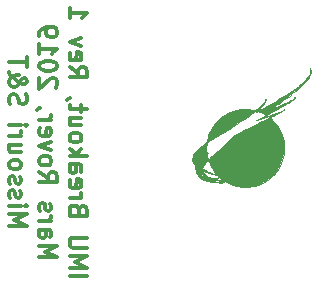
<source format=gbr>
G04 #@! TF.GenerationSoftware,KiCad,Pcbnew,(5.0.0)*
G04 #@! TF.CreationDate,2018-12-16T16:19:50-06:00*
G04 #@! TF.ProjectId,IMUBreakout_Hardware,494D55427265616B6F75745F48617264,rev?*
G04 #@! TF.SameCoordinates,Original*
G04 #@! TF.FileFunction,Legend,Bot*
G04 #@! TF.FilePolarity,Positive*
%FSLAX46Y46*%
G04 Gerber Fmt 4.6, Leading zero omitted, Abs format (unit mm)*
G04 Created by KiCad (PCBNEW (5.0.0)) date 12/16/18 16:19:50*
%MOMM*%
%LPD*%
G01*
G04 APERTURE LIST*
%ADD10C,0.300000*%
%ADD11C,0.010000*%
G04 APERTURE END LIST*
D10*
X144238428Y-110508428D02*
X145738428Y-110508428D01*
X144238428Y-109794142D02*
X145738428Y-109794142D01*
X144667000Y-109294142D01*
X145738428Y-108794142D01*
X144238428Y-108794142D01*
X145738428Y-108079857D02*
X144524142Y-108079857D01*
X144381285Y-108008428D01*
X144309857Y-107937000D01*
X144238428Y-107794142D01*
X144238428Y-107508428D01*
X144309857Y-107365571D01*
X144381285Y-107294142D01*
X144524142Y-107222714D01*
X145738428Y-107222714D01*
X145024142Y-104865571D02*
X144952714Y-104651285D01*
X144881285Y-104579857D01*
X144738428Y-104508428D01*
X144524142Y-104508428D01*
X144381285Y-104579857D01*
X144309857Y-104651285D01*
X144238428Y-104794142D01*
X144238428Y-105365571D01*
X145738428Y-105365571D01*
X145738428Y-104865571D01*
X145667000Y-104722714D01*
X145595571Y-104651285D01*
X145452714Y-104579857D01*
X145309857Y-104579857D01*
X145167000Y-104651285D01*
X145095571Y-104722714D01*
X145024142Y-104865571D01*
X145024142Y-105365571D01*
X144238428Y-103865571D02*
X145238428Y-103865571D01*
X144952714Y-103865571D02*
X145095571Y-103794142D01*
X145167000Y-103722714D01*
X145238428Y-103579857D01*
X145238428Y-103437000D01*
X144309857Y-102365571D02*
X144238428Y-102508428D01*
X144238428Y-102794142D01*
X144309857Y-102937000D01*
X144452714Y-103008428D01*
X145024142Y-103008428D01*
X145167000Y-102937000D01*
X145238428Y-102794142D01*
X145238428Y-102508428D01*
X145167000Y-102365571D01*
X145024142Y-102294142D01*
X144881285Y-102294142D01*
X144738428Y-103008428D01*
X144238428Y-101008428D02*
X145024142Y-101008428D01*
X145167000Y-101079857D01*
X145238428Y-101222714D01*
X145238428Y-101508428D01*
X145167000Y-101651285D01*
X144309857Y-101008428D02*
X144238428Y-101151285D01*
X144238428Y-101508428D01*
X144309857Y-101651285D01*
X144452714Y-101722714D01*
X144595571Y-101722714D01*
X144738428Y-101651285D01*
X144809857Y-101508428D01*
X144809857Y-101151285D01*
X144881285Y-101008428D01*
X144238428Y-100294142D02*
X145738428Y-100294142D01*
X144809857Y-100151285D02*
X144238428Y-99722714D01*
X145238428Y-99722714D02*
X144667000Y-100294142D01*
X144238428Y-98865571D02*
X144309857Y-99008428D01*
X144381285Y-99079857D01*
X144524142Y-99151285D01*
X144952714Y-99151285D01*
X145095571Y-99079857D01*
X145167000Y-99008428D01*
X145238428Y-98865571D01*
X145238428Y-98651285D01*
X145167000Y-98508428D01*
X145095571Y-98437000D01*
X144952714Y-98365571D01*
X144524142Y-98365571D01*
X144381285Y-98437000D01*
X144309857Y-98508428D01*
X144238428Y-98651285D01*
X144238428Y-98865571D01*
X145238428Y-97079857D02*
X144238428Y-97079857D01*
X145238428Y-97722714D02*
X144452714Y-97722714D01*
X144309857Y-97651285D01*
X144238428Y-97508428D01*
X144238428Y-97294142D01*
X144309857Y-97151285D01*
X144381285Y-97079857D01*
X145238428Y-96579857D02*
X145238428Y-96008428D01*
X145738428Y-96365571D02*
X144452714Y-96365571D01*
X144309857Y-96294142D01*
X144238428Y-96151285D01*
X144238428Y-96008428D01*
X144309857Y-95437000D02*
X144238428Y-95437000D01*
X144095571Y-95508428D01*
X144024142Y-95579857D01*
X144238428Y-92794142D02*
X144952714Y-93294142D01*
X144238428Y-93651285D02*
X145738428Y-93651285D01*
X145738428Y-93079857D01*
X145667000Y-92937000D01*
X145595571Y-92865571D01*
X145452714Y-92794142D01*
X145238428Y-92794142D01*
X145095571Y-92865571D01*
X145024142Y-92937000D01*
X144952714Y-93079857D01*
X144952714Y-93651285D01*
X144309857Y-91579857D02*
X144238428Y-91722714D01*
X144238428Y-92008428D01*
X144309857Y-92151285D01*
X144452714Y-92222714D01*
X145024142Y-92222714D01*
X145167000Y-92151285D01*
X145238428Y-92008428D01*
X145238428Y-91722714D01*
X145167000Y-91579857D01*
X145024142Y-91508428D01*
X144881285Y-91508428D01*
X144738428Y-92222714D01*
X145238428Y-91008428D02*
X144238428Y-90651285D01*
X145238428Y-90294142D01*
X144238428Y-87794142D02*
X144238428Y-88651285D01*
X144238428Y-88222714D02*
X145738428Y-88222714D01*
X145524142Y-88365571D01*
X145381285Y-88508428D01*
X145309857Y-88651285D01*
X141688428Y-108901285D02*
X143188428Y-108901285D01*
X142117000Y-108401285D01*
X143188428Y-107901285D01*
X141688428Y-107901285D01*
X141688428Y-106544142D02*
X142474142Y-106544142D01*
X142617000Y-106615571D01*
X142688428Y-106758428D01*
X142688428Y-107044142D01*
X142617000Y-107187000D01*
X141759857Y-106544142D02*
X141688428Y-106687000D01*
X141688428Y-107044142D01*
X141759857Y-107187000D01*
X141902714Y-107258428D01*
X142045571Y-107258428D01*
X142188428Y-107187000D01*
X142259857Y-107044142D01*
X142259857Y-106687000D01*
X142331285Y-106544142D01*
X141688428Y-105829857D02*
X142688428Y-105829857D01*
X142402714Y-105829857D02*
X142545571Y-105758428D01*
X142617000Y-105687000D01*
X142688428Y-105544142D01*
X142688428Y-105401285D01*
X141759857Y-104972714D02*
X141688428Y-104829857D01*
X141688428Y-104544142D01*
X141759857Y-104401285D01*
X141902714Y-104329857D01*
X141974142Y-104329857D01*
X142117000Y-104401285D01*
X142188428Y-104544142D01*
X142188428Y-104758428D01*
X142259857Y-104901285D01*
X142402714Y-104972714D01*
X142474142Y-104972714D01*
X142617000Y-104901285D01*
X142688428Y-104758428D01*
X142688428Y-104544142D01*
X142617000Y-104401285D01*
X141688428Y-101687000D02*
X142402714Y-102187000D01*
X141688428Y-102544142D02*
X143188428Y-102544142D01*
X143188428Y-101972714D01*
X143117000Y-101829857D01*
X143045571Y-101758428D01*
X142902714Y-101687000D01*
X142688428Y-101687000D01*
X142545571Y-101758428D01*
X142474142Y-101829857D01*
X142402714Y-101972714D01*
X142402714Y-102544142D01*
X141688428Y-100829857D02*
X141759857Y-100972714D01*
X141831285Y-101044142D01*
X141974142Y-101115571D01*
X142402714Y-101115571D01*
X142545571Y-101044142D01*
X142617000Y-100972714D01*
X142688428Y-100829857D01*
X142688428Y-100615571D01*
X142617000Y-100472714D01*
X142545571Y-100401285D01*
X142402714Y-100329857D01*
X141974142Y-100329857D01*
X141831285Y-100401285D01*
X141759857Y-100472714D01*
X141688428Y-100615571D01*
X141688428Y-100829857D01*
X142688428Y-99829857D02*
X141688428Y-99472714D01*
X142688428Y-99115571D01*
X141759857Y-97972714D02*
X141688428Y-98115571D01*
X141688428Y-98401285D01*
X141759857Y-98544142D01*
X141902714Y-98615571D01*
X142474142Y-98615571D01*
X142617000Y-98544142D01*
X142688428Y-98401285D01*
X142688428Y-98115571D01*
X142617000Y-97972714D01*
X142474142Y-97901285D01*
X142331285Y-97901285D01*
X142188428Y-98615571D01*
X141688428Y-97258428D02*
X142688428Y-97258428D01*
X142402714Y-97258428D02*
X142545571Y-97187000D01*
X142617000Y-97115571D01*
X142688428Y-96972714D01*
X142688428Y-96829857D01*
X141759857Y-96258428D02*
X141688428Y-96258428D01*
X141545571Y-96329857D01*
X141474142Y-96401285D01*
X143045571Y-94544142D02*
X143117000Y-94472714D01*
X143188428Y-94329857D01*
X143188428Y-93972714D01*
X143117000Y-93829857D01*
X143045571Y-93758428D01*
X142902714Y-93687000D01*
X142759857Y-93687000D01*
X142545571Y-93758428D01*
X141688428Y-94615571D01*
X141688428Y-93687000D01*
X143188428Y-92758428D02*
X143188428Y-92615571D01*
X143117000Y-92472714D01*
X143045571Y-92401285D01*
X142902714Y-92329857D01*
X142617000Y-92258428D01*
X142259857Y-92258428D01*
X141974142Y-92329857D01*
X141831285Y-92401285D01*
X141759857Y-92472714D01*
X141688428Y-92615571D01*
X141688428Y-92758428D01*
X141759857Y-92901285D01*
X141831285Y-92972714D01*
X141974142Y-93044142D01*
X142259857Y-93115571D01*
X142617000Y-93115571D01*
X142902714Y-93044142D01*
X143045571Y-92972714D01*
X143117000Y-92901285D01*
X143188428Y-92758428D01*
X141688428Y-90829857D02*
X141688428Y-91687000D01*
X141688428Y-91258428D02*
X143188428Y-91258428D01*
X142974142Y-91401285D01*
X142831285Y-91544142D01*
X142759857Y-91687000D01*
X141688428Y-90115571D02*
X141688428Y-89829857D01*
X141759857Y-89687000D01*
X141831285Y-89615571D01*
X142045571Y-89472714D01*
X142331285Y-89401285D01*
X142902714Y-89401285D01*
X143045571Y-89472714D01*
X143117000Y-89544142D01*
X143188428Y-89687000D01*
X143188428Y-89972714D01*
X143117000Y-90115571D01*
X143045571Y-90187000D01*
X142902714Y-90258428D01*
X142545571Y-90258428D01*
X142402714Y-90187000D01*
X142331285Y-90115571D01*
X142259857Y-89972714D01*
X142259857Y-89687000D01*
X142331285Y-89544142D01*
X142402714Y-89472714D01*
X142545571Y-89401285D01*
X139138428Y-106222714D02*
X140638428Y-106222714D01*
X139567000Y-105722714D01*
X140638428Y-105222714D01*
X139138428Y-105222714D01*
X139138428Y-104508428D02*
X140138428Y-104508428D01*
X140638428Y-104508428D02*
X140567000Y-104579857D01*
X140495571Y-104508428D01*
X140567000Y-104437000D01*
X140638428Y-104508428D01*
X140495571Y-104508428D01*
X139209857Y-103865571D02*
X139138428Y-103722714D01*
X139138428Y-103437000D01*
X139209857Y-103294142D01*
X139352714Y-103222714D01*
X139424142Y-103222714D01*
X139567000Y-103294142D01*
X139638428Y-103437000D01*
X139638428Y-103651285D01*
X139709857Y-103794142D01*
X139852714Y-103865571D01*
X139924142Y-103865571D01*
X140067000Y-103794142D01*
X140138428Y-103651285D01*
X140138428Y-103437000D01*
X140067000Y-103294142D01*
X139209857Y-102651285D02*
X139138428Y-102508428D01*
X139138428Y-102222714D01*
X139209857Y-102079857D01*
X139352714Y-102008428D01*
X139424142Y-102008428D01*
X139567000Y-102079857D01*
X139638428Y-102222714D01*
X139638428Y-102437000D01*
X139709857Y-102579857D01*
X139852714Y-102651285D01*
X139924142Y-102651285D01*
X140067000Y-102579857D01*
X140138428Y-102437000D01*
X140138428Y-102222714D01*
X140067000Y-102079857D01*
X139138428Y-101151285D02*
X139209857Y-101294142D01*
X139281285Y-101365571D01*
X139424142Y-101437000D01*
X139852714Y-101437000D01*
X139995571Y-101365571D01*
X140067000Y-101294142D01*
X140138428Y-101151285D01*
X140138428Y-100937000D01*
X140067000Y-100794142D01*
X139995571Y-100722714D01*
X139852714Y-100651285D01*
X139424142Y-100651285D01*
X139281285Y-100722714D01*
X139209857Y-100794142D01*
X139138428Y-100937000D01*
X139138428Y-101151285D01*
X140138428Y-99365571D02*
X139138428Y-99365571D01*
X140138428Y-100008428D02*
X139352714Y-100008428D01*
X139209857Y-99937000D01*
X139138428Y-99794142D01*
X139138428Y-99579857D01*
X139209857Y-99437000D01*
X139281285Y-99365571D01*
X139138428Y-98651285D02*
X140138428Y-98651285D01*
X139852714Y-98651285D02*
X139995571Y-98579857D01*
X140067000Y-98508428D01*
X140138428Y-98365571D01*
X140138428Y-98222714D01*
X139138428Y-97722714D02*
X140138428Y-97722714D01*
X140638428Y-97722714D02*
X140567000Y-97794142D01*
X140495571Y-97722714D01*
X140567000Y-97651285D01*
X140638428Y-97722714D01*
X140495571Y-97722714D01*
X139209857Y-95937000D02*
X139138428Y-95722714D01*
X139138428Y-95365571D01*
X139209857Y-95222714D01*
X139281285Y-95151285D01*
X139424142Y-95079857D01*
X139567000Y-95079857D01*
X139709857Y-95151285D01*
X139781285Y-95222714D01*
X139852714Y-95365571D01*
X139924142Y-95651285D01*
X139995571Y-95794142D01*
X140067000Y-95865571D01*
X140209857Y-95937000D01*
X140352714Y-95937000D01*
X140495571Y-95865571D01*
X140567000Y-95794142D01*
X140638428Y-95651285D01*
X140638428Y-95294142D01*
X140567000Y-95079857D01*
X139138428Y-93222714D02*
X139138428Y-93294142D01*
X139209857Y-93437000D01*
X139424142Y-93651285D01*
X139852714Y-94008428D01*
X140067000Y-94151285D01*
X140281285Y-94222714D01*
X140424142Y-94222714D01*
X140567000Y-94151285D01*
X140638428Y-94008428D01*
X140638428Y-93937000D01*
X140567000Y-93794142D01*
X140424142Y-93722714D01*
X140352714Y-93722714D01*
X140209857Y-93794142D01*
X140138428Y-93865571D01*
X139852714Y-94294142D01*
X139781285Y-94365571D01*
X139638428Y-94437000D01*
X139424142Y-94437000D01*
X139281285Y-94365571D01*
X139209857Y-94294142D01*
X139138428Y-94151285D01*
X139138428Y-93937000D01*
X139209857Y-93794142D01*
X139281285Y-93722714D01*
X139567000Y-93508428D01*
X139781285Y-93437000D01*
X139924142Y-93437000D01*
X140638428Y-92794142D02*
X140638428Y-91937000D01*
X139138428Y-92365571D02*
X140638428Y-92365571D01*
D11*
G04 #@! TO.C,G\002A\002A\002A*
G36*
X164652231Y-93062389D02*
X164642753Y-92996675D01*
X164627198Y-92943170D01*
X164623665Y-92935009D01*
X164608487Y-92902257D01*
X164613582Y-92932375D01*
X164625338Y-93037199D01*
X164624555Y-93135383D01*
X164611282Y-93222468D01*
X164610389Y-93226063D01*
X164577017Y-93327543D01*
X164527010Y-93433293D01*
X164460074Y-93543671D01*
X164375916Y-93659041D01*
X164274242Y-93779761D01*
X164154759Y-93906193D01*
X164017173Y-94038698D01*
X163861190Y-94177636D01*
X163779516Y-94246869D01*
X163702051Y-94311010D01*
X163626510Y-94372288D01*
X163551506Y-94431661D01*
X163475651Y-94490092D01*
X163397557Y-94548540D01*
X163315836Y-94607965D01*
X163229099Y-94669328D01*
X163135958Y-94733588D01*
X163035026Y-94801707D01*
X162924914Y-94874644D01*
X162804234Y-94953360D01*
X162671598Y-95038815D01*
X162525618Y-95131968D01*
X162364906Y-95233782D01*
X162229197Y-95319343D01*
X161914564Y-95514455D01*
X161602650Y-95702118D01*
X161298492Y-95879315D01*
X161220225Y-95923911D01*
X161149511Y-95964213D01*
X161068181Y-96010905D01*
X160982893Y-96060142D01*
X160900305Y-96108081D01*
X160828326Y-96150143D01*
X160756509Y-96192038D01*
X160676976Y-96237995D01*
X160595914Y-96284466D01*
X160519513Y-96327905D01*
X160453959Y-96364765D01*
X160451844Y-96365944D01*
X160394907Y-96397733D01*
X160341074Y-96427890D01*
X160293912Y-96454409D01*
X160256988Y-96475283D01*
X160233871Y-96488507D01*
X160233156Y-96488923D01*
X160189802Y-96514178D01*
X160293393Y-96553153D01*
X160344625Y-96573596D01*
X160403466Y-96599011D01*
X160467412Y-96628123D01*
X160533963Y-96659659D01*
X160600618Y-96692342D01*
X160664874Y-96724897D01*
X160724232Y-96756051D01*
X160776189Y-96784527D01*
X160818244Y-96809050D01*
X160847896Y-96828346D01*
X160862643Y-96841140D01*
X160863822Y-96843919D01*
X160855428Y-96850665D01*
X160832153Y-96865146D01*
X160796854Y-96885691D01*
X160752391Y-96910630D01*
X160710719Y-96933391D01*
X160642926Y-96970144D01*
X160570693Y-97009554D01*
X160496180Y-97050421D01*
X160421542Y-97091545D01*
X160348938Y-97131726D01*
X160280525Y-97169764D01*
X160218461Y-97204458D01*
X160164902Y-97234608D01*
X160122007Y-97259014D01*
X160091933Y-97276476D01*
X160076837Y-97285793D01*
X160075719Y-97286650D01*
X160080126Y-97287347D01*
X160099920Y-97282010D01*
X160131686Y-97271655D01*
X160161055Y-97261299D01*
X160230161Y-97236148D01*
X160306395Y-97208191D01*
X160387628Y-97178227D01*
X160471733Y-97147054D01*
X160556580Y-97115472D01*
X160640042Y-97084280D01*
X160719990Y-97054277D01*
X160794295Y-97026261D01*
X160860830Y-97001034D01*
X160917465Y-96979392D01*
X160962073Y-96962136D01*
X160992525Y-96950064D01*
X161006693Y-96943976D01*
X161007387Y-96943545D01*
X161003461Y-96935077D01*
X160985887Y-96919195D01*
X160958158Y-96898939D01*
X160949660Y-96893295D01*
X160918710Y-96872354D01*
X160895671Y-96855286D01*
X160884610Y-96845145D01*
X160884188Y-96844101D01*
X160892734Y-96837745D01*
X160916517Y-96823454D01*
X160953007Y-96802659D01*
X160999678Y-96776788D01*
X161054004Y-96747270D01*
X161081852Y-96732336D01*
X161147337Y-96697165D01*
X161225147Y-96655055D01*
X161310069Y-96608849D01*
X161396890Y-96561385D01*
X161480398Y-96515506D01*
X161530834Y-96487657D01*
X161603993Y-96447232D01*
X161690138Y-96399745D01*
X161784624Y-96347750D01*
X161882809Y-96293798D01*
X161980051Y-96240442D01*
X162071705Y-96190234D01*
X162103703Y-96172731D01*
X162251300Y-96091380D01*
X162393978Y-96011476D01*
X162530284Y-95933882D01*
X162658767Y-95859464D01*
X162777974Y-95789089D01*
X162886453Y-95723621D01*
X162982752Y-95663926D01*
X163065419Y-95610869D01*
X163133002Y-95565317D01*
X163180439Y-95530911D01*
X163238552Y-95482716D01*
X163280334Y-95439732D01*
X163305389Y-95402673D01*
X163313317Y-95372250D01*
X163303722Y-95349175D01*
X163287895Y-95338453D01*
X163261077Y-95328514D01*
X163245310Y-95326804D01*
X163243205Y-95332460D01*
X163257370Y-95344621D01*
X163261443Y-95347187D01*
X163284974Y-95366560D01*
X163291550Y-95384560D01*
X163291508Y-95384798D01*
X163279465Y-95403666D01*
X163249392Y-95429797D01*
X163201853Y-95462874D01*
X163137412Y-95502580D01*
X163056631Y-95548596D01*
X162960075Y-95600607D01*
X162848306Y-95658293D01*
X162721887Y-95721338D01*
X162581384Y-95789424D01*
X162530383Y-95813722D01*
X162479392Y-95837652D01*
X162416231Y-95866859D01*
X162342552Y-95900609D01*
X162260007Y-95938167D01*
X162170248Y-95978798D01*
X162074927Y-96021767D01*
X161975698Y-96066340D01*
X161874211Y-96111780D01*
X161772120Y-96157354D01*
X161671077Y-96202326D01*
X161572734Y-96245962D01*
X161478743Y-96287526D01*
X161390756Y-96326285D01*
X161310427Y-96361501D01*
X161239406Y-96392442D01*
X161179347Y-96418372D01*
X161131901Y-96438556D01*
X161098721Y-96452259D01*
X161081459Y-96458746D01*
X161079334Y-96459126D01*
X161086518Y-96452980D01*
X161108165Y-96437240D01*
X161142042Y-96413464D01*
X161185913Y-96383209D01*
X161237544Y-96348032D01*
X161277994Y-96320715D01*
X161345243Y-96275178D01*
X161424152Y-96221267D01*
X161512755Y-96160357D01*
X161609085Y-96093825D01*
X161711176Y-96023047D01*
X161817063Y-95949398D01*
X161924778Y-95874255D01*
X162032358Y-95798994D01*
X162137834Y-95724991D01*
X162239242Y-95653622D01*
X162334615Y-95586264D01*
X162421987Y-95524291D01*
X162499392Y-95469081D01*
X162564865Y-95422009D01*
X162616438Y-95384452D01*
X162630778Y-95373857D01*
X162874470Y-95190590D01*
X163100545Y-95015817D01*
X163309397Y-94849157D01*
X163501422Y-94690234D01*
X163677015Y-94538666D01*
X163836571Y-94394076D01*
X163980485Y-94256085D01*
X164109153Y-94124314D01*
X164222969Y-93998383D01*
X164322329Y-93877913D01*
X164407627Y-93762527D01*
X164479259Y-93651844D01*
X164537621Y-93545486D01*
X164537968Y-93544786D01*
X164575805Y-93465505D01*
X164604209Y-93398029D01*
X164624825Y-93337413D01*
X164639297Y-93278717D01*
X164649269Y-93216997D01*
X164650571Y-93206394D01*
X164655036Y-93134300D01*
X164652231Y-93062389D01*
X164652231Y-93062389D01*
G37*
X164652231Y-93062389D02*
X164642753Y-92996675D01*
X164627198Y-92943170D01*
X164623665Y-92935009D01*
X164608487Y-92902257D01*
X164613582Y-92932375D01*
X164625338Y-93037199D01*
X164624555Y-93135383D01*
X164611282Y-93222468D01*
X164610389Y-93226063D01*
X164577017Y-93327543D01*
X164527010Y-93433293D01*
X164460074Y-93543671D01*
X164375916Y-93659041D01*
X164274242Y-93779761D01*
X164154759Y-93906193D01*
X164017173Y-94038698D01*
X163861190Y-94177636D01*
X163779516Y-94246869D01*
X163702051Y-94311010D01*
X163626510Y-94372288D01*
X163551506Y-94431661D01*
X163475651Y-94490092D01*
X163397557Y-94548540D01*
X163315836Y-94607965D01*
X163229099Y-94669328D01*
X163135958Y-94733588D01*
X163035026Y-94801707D01*
X162924914Y-94874644D01*
X162804234Y-94953360D01*
X162671598Y-95038815D01*
X162525618Y-95131968D01*
X162364906Y-95233782D01*
X162229197Y-95319343D01*
X161914564Y-95514455D01*
X161602650Y-95702118D01*
X161298492Y-95879315D01*
X161220225Y-95923911D01*
X161149511Y-95964213D01*
X161068181Y-96010905D01*
X160982893Y-96060142D01*
X160900305Y-96108081D01*
X160828326Y-96150143D01*
X160756509Y-96192038D01*
X160676976Y-96237995D01*
X160595914Y-96284466D01*
X160519513Y-96327905D01*
X160453959Y-96364765D01*
X160451844Y-96365944D01*
X160394907Y-96397733D01*
X160341074Y-96427890D01*
X160293912Y-96454409D01*
X160256988Y-96475283D01*
X160233871Y-96488507D01*
X160233156Y-96488923D01*
X160189802Y-96514178D01*
X160293393Y-96553153D01*
X160344625Y-96573596D01*
X160403466Y-96599011D01*
X160467412Y-96628123D01*
X160533963Y-96659659D01*
X160600618Y-96692342D01*
X160664874Y-96724897D01*
X160724232Y-96756051D01*
X160776189Y-96784527D01*
X160818244Y-96809050D01*
X160847896Y-96828346D01*
X160862643Y-96841140D01*
X160863822Y-96843919D01*
X160855428Y-96850665D01*
X160832153Y-96865146D01*
X160796854Y-96885691D01*
X160752391Y-96910630D01*
X160710719Y-96933391D01*
X160642926Y-96970144D01*
X160570693Y-97009554D01*
X160496180Y-97050421D01*
X160421542Y-97091545D01*
X160348938Y-97131726D01*
X160280525Y-97169764D01*
X160218461Y-97204458D01*
X160164902Y-97234608D01*
X160122007Y-97259014D01*
X160091933Y-97276476D01*
X160076837Y-97285793D01*
X160075719Y-97286650D01*
X160080126Y-97287347D01*
X160099920Y-97282010D01*
X160131686Y-97271655D01*
X160161055Y-97261299D01*
X160230161Y-97236148D01*
X160306395Y-97208191D01*
X160387628Y-97178227D01*
X160471733Y-97147054D01*
X160556580Y-97115472D01*
X160640042Y-97084280D01*
X160719990Y-97054277D01*
X160794295Y-97026261D01*
X160860830Y-97001034D01*
X160917465Y-96979392D01*
X160962073Y-96962136D01*
X160992525Y-96950064D01*
X161006693Y-96943976D01*
X161007387Y-96943545D01*
X161003461Y-96935077D01*
X160985887Y-96919195D01*
X160958158Y-96898939D01*
X160949660Y-96893295D01*
X160918710Y-96872354D01*
X160895671Y-96855286D01*
X160884610Y-96845145D01*
X160884188Y-96844101D01*
X160892734Y-96837745D01*
X160916517Y-96823454D01*
X160953007Y-96802659D01*
X160999678Y-96776788D01*
X161054004Y-96747270D01*
X161081852Y-96732336D01*
X161147337Y-96697165D01*
X161225147Y-96655055D01*
X161310069Y-96608849D01*
X161396890Y-96561385D01*
X161480398Y-96515506D01*
X161530834Y-96487657D01*
X161603993Y-96447232D01*
X161690138Y-96399745D01*
X161784624Y-96347750D01*
X161882809Y-96293798D01*
X161980051Y-96240442D01*
X162071705Y-96190234D01*
X162103703Y-96172731D01*
X162251300Y-96091380D01*
X162393978Y-96011476D01*
X162530284Y-95933882D01*
X162658767Y-95859464D01*
X162777974Y-95789089D01*
X162886453Y-95723621D01*
X162982752Y-95663926D01*
X163065419Y-95610869D01*
X163133002Y-95565317D01*
X163180439Y-95530911D01*
X163238552Y-95482716D01*
X163280334Y-95439732D01*
X163305389Y-95402673D01*
X163313317Y-95372250D01*
X163303722Y-95349175D01*
X163287895Y-95338453D01*
X163261077Y-95328514D01*
X163245310Y-95326804D01*
X163243205Y-95332460D01*
X163257370Y-95344621D01*
X163261443Y-95347187D01*
X163284974Y-95366560D01*
X163291550Y-95384560D01*
X163291508Y-95384798D01*
X163279465Y-95403666D01*
X163249392Y-95429797D01*
X163201853Y-95462874D01*
X163137412Y-95502580D01*
X163056631Y-95548596D01*
X162960075Y-95600607D01*
X162848306Y-95658293D01*
X162721887Y-95721338D01*
X162581384Y-95789424D01*
X162530383Y-95813722D01*
X162479392Y-95837652D01*
X162416231Y-95866859D01*
X162342552Y-95900609D01*
X162260007Y-95938167D01*
X162170248Y-95978798D01*
X162074927Y-96021767D01*
X161975698Y-96066340D01*
X161874211Y-96111780D01*
X161772120Y-96157354D01*
X161671077Y-96202326D01*
X161572734Y-96245962D01*
X161478743Y-96287526D01*
X161390756Y-96326285D01*
X161310427Y-96361501D01*
X161239406Y-96392442D01*
X161179347Y-96418372D01*
X161131901Y-96438556D01*
X161098721Y-96452259D01*
X161081459Y-96458746D01*
X161079334Y-96459126D01*
X161086518Y-96452980D01*
X161108165Y-96437240D01*
X161142042Y-96413464D01*
X161185913Y-96383209D01*
X161237544Y-96348032D01*
X161277994Y-96320715D01*
X161345243Y-96275178D01*
X161424152Y-96221267D01*
X161512755Y-96160357D01*
X161609085Y-96093825D01*
X161711176Y-96023047D01*
X161817063Y-95949398D01*
X161924778Y-95874255D01*
X162032358Y-95798994D01*
X162137834Y-95724991D01*
X162239242Y-95653622D01*
X162334615Y-95586264D01*
X162421987Y-95524291D01*
X162499392Y-95469081D01*
X162564865Y-95422009D01*
X162616438Y-95384452D01*
X162630778Y-95373857D01*
X162874470Y-95190590D01*
X163100545Y-95015817D01*
X163309397Y-94849157D01*
X163501422Y-94690234D01*
X163677015Y-94538666D01*
X163836571Y-94394076D01*
X163980485Y-94256085D01*
X164109153Y-94124314D01*
X164222969Y-93998383D01*
X164322329Y-93877913D01*
X164407627Y-93762527D01*
X164479259Y-93651844D01*
X164537621Y-93545486D01*
X164537968Y-93544786D01*
X164575805Y-93465505D01*
X164604209Y-93398029D01*
X164624825Y-93337413D01*
X164639297Y-93278717D01*
X164649269Y-93216997D01*
X164650571Y-93206394D01*
X164655036Y-93134300D01*
X164652231Y-93062389D01*
G36*
X160055640Y-97294549D02*
X160050620Y-97299569D01*
X160055640Y-97304589D01*
X160060660Y-97299569D01*
X160055640Y-97294549D01*
X160055640Y-97294549D01*
G37*
X160055640Y-97294549D02*
X160050620Y-97299569D01*
X160055640Y-97304589D01*
X160060660Y-97299569D01*
X160055640Y-97294549D01*
G36*
X162413975Y-96352646D02*
X162401874Y-96357903D01*
X162376133Y-96375000D01*
X162362244Y-96384810D01*
X162335158Y-96403160D01*
X162305427Y-96421139D01*
X162270675Y-96439875D01*
X162228523Y-96460497D01*
X162176594Y-96484132D01*
X162112511Y-96511909D01*
X162033895Y-96544957D01*
X161962756Y-96574378D01*
X161901330Y-96599400D01*
X161824556Y-96630260D01*
X161735839Y-96665621D01*
X161638585Y-96704145D01*
X161536199Y-96744494D01*
X161432085Y-96785330D01*
X161329648Y-96825314D01*
X161232294Y-96863109D01*
X161143428Y-96897377D01*
X161066455Y-96926780D01*
X161051012Y-96932631D01*
X161022352Y-96943468D01*
X161099461Y-96999780D01*
X161131699Y-97024678D01*
X161155500Y-97045702D01*
X161167745Y-97059943D01*
X161168279Y-97063994D01*
X161158030Y-97069612D01*
X161131212Y-97083192D01*
X161089351Y-97103987D01*
X161033972Y-97131251D01*
X160966599Y-97164239D01*
X160888757Y-97202204D01*
X160801971Y-97244401D01*
X160707767Y-97290083D01*
X160607668Y-97338505D01*
X160567656Y-97357828D01*
X160337325Y-97469079D01*
X160123881Y-97572313D01*
X159926075Y-97668140D01*
X159742663Y-97757169D01*
X159572397Y-97840010D01*
X159414032Y-97917273D01*
X159266322Y-97989566D01*
X159128020Y-98057500D01*
X158997880Y-98121684D01*
X158874656Y-98182727D01*
X158757101Y-98241239D01*
X158643970Y-98297830D01*
X158579830Y-98330042D01*
X158492508Y-98373701D01*
X158417441Y-98410982D01*
X158352907Y-98443210D01*
X158297180Y-98471713D01*
X158248538Y-98497815D01*
X158205256Y-98522842D01*
X158165612Y-98548121D01*
X158127882Y-98574978D01*
X158090341Y-98604737D01*
X158051267Y-98638726D01*
X158008935Y-98678270D01*
X157961622Y-98724695D01*
X157907604Y-98779326D01*
X157845158Y-98843490D01*
X157772560Y-98918513D01*
X157688087Y-99005720D01*
X157648509Y-99046446D01*
X157576631Y-99119905D01*
X157505557Y-99191772D01*
X157437194Y-99260174D01*
X157373447Y-99323234D01*
X157316223Y-99379077D01*
X157267428Y-99425829D01*
X157228969Y-99461614D01*
X157205307Y-99482443D01*
X157138698Y-99539094D01*
X157059937Y-99607788D01*
X156971211Y-99686518D01*
X156874708Y-99773275D01*
X156772617Y-99866048D01*
X156667127Y-99962830D01*
X156560424Y-100061610D01*
X156454697Y-100160380D01*
X156352135Y-100257131D01*
X156254926Y-100349854D01*
X156165257Y-100436539D01*
X156150724Y-100450723D01*
X156101505Y-100498697D01*
X156057292Y-100541532D01*
X156020016Y-100577376D01*
X155991610Y-100604379D01*
X155974008Y-100620689D01*
X155968990Y-100624784D01*
X155964594Y-100612444D01*
X155956550Y-100584486D01*
X155945857Y-100544823D01*
X155933513Y-100497373D01*
X155920516Y-100446049D01*
X155907863Y-100394768D01*
X155896554Y-100347444D01*
X155887585Y-100307993D01*
X155884354Y-100292752D01*
X155872196Y-100228275D01*
X155865793Y-100181416D01*
X155865027Y-100150594D01*
X155869781Y-100134227D01*
X155872417Y-100131803D01*
X155881881Y-100122211D01*
X155900688Y-100100508D01*
X155925736Y-100070335D01*
X155943510Y-100048384D01*
X156006323Y-99970083D01*
X155856867Y-100128543D01*
X155850773Y-100094491D01*
X155842043Y-100034134D01*
X155834971Y-99961792D01*
X155829538Y-99880206D01*
X155825723Y-99792118D01*
X155823506Y-99700267D01*
X155822867Y-99607396D01*
X155823786Y-99516244D01*
X155826243Y-99429554D01*
X155830218Y-99350066D01*
X155835690Y-99280521D01*
X155842641Y-99223661D01*
X155851049Y-99182226D01*
X155857582Y-99164273D01*
X155869427Y-99152793D01*
X155896956Y-99132475D01*
X155938393Y-99104400D01*
X155991966Y-99069653D01*
X156055902Y-99029315D01*
X156128425Y-98984469D01*
X156207764Y-98936198D01*
X156292143Y-98885584D01*
X156379790Y-98833710D01*
X156468931Y-98781660D01*
X156557792Y-98730514D01*
X156644599Y-98681357D01*
X156692399Y-98654687D01*
X156767413Y-98612366D01*
X156845730Y-98566914D01*
X156922938Y-98520979D01*
X156994626Y-98477212D01*
X157056382Y-98438262D01*
X157093980Y-98413498D01*
X157150554Y-98376447D01*
X157219288Y-98333418D01*
X157294583Y-98287798D01*
X157370839Y-98242975D01*
X157442454Y-98202337D01*
X157449801Y-98198271D01*
X157537948Y-98148378D01*
X157619415Y-98099314D01*
X157699682Y-98047552D01*
X157784222Y-97989562D01*
X157876481Y-97923299D01*
X158074737Y-97781403D01*
X158270613Y-97647315D01*
X158468939Y-97517918D01*
X158674548Y-97390096D01*
X158892268Y-97260731D01*
X158996470Y-97200617D01*
X159058454Y-97164546D01*
X159111958Y-97131721D01*
X159161174Y-97099185D01*
X159210294Y-97063979D01*
X159263512Y-97023143D01*
X159325019Y-96973720D01*
X159367932Y-96938477D01*
X159426934Y-96889836D01*
X159485786Y-96841454D01*
X159541140Y-96796073D01*
X159589645Y-96756438D01*
X159627954Y-96725291D01*
X159644019Y-96712326D01*
X159682457Y-96681124D01*
X159730519Y-96641619D01*
X159782527Y-96598504D01*
X159832799Y-96556472D01*
X159841060Y-96549523D01*
X159882499Y-96515300D01*
X159919185Y-96486261D01*
X159948130Y-96464674D01*
X159966349Y-96452808D01*
X159970492Y-96451229D01*
X159985568Y-96453907D01*
X160012967Y-96460799D01*
X160046787Y-96470190D01*
X160081129Y-96480365D01*
X160110089Y-96489608D01*
X160127769Y-96496206D01*
X160130310Y-96497671D01*
X160126245Y-96506437D01*
X160111326Y-96525275D01*
X160090152Y-96548636D01*
X160069274Y-96571806D01*
X160062355Y-96582652D01*
X160069786Y-96580549D01*
X160070699Y-96579996D01*
X160095105Y-96565959D01*
X160127160Y-96548691D01*
X160140334Y-96541879D01*
X160166086Y-96528178D01*
X160176086Y-96519776D01*
X160172624Y-96513160D01*
X160162830Y-96507396D01*
X160154616Y-96501993D01*
X160151801Y-96495169D01*
X160155999Y-96484343D01*
X160168823Y-96466935D01*
X160191889Y-96440365D01*
X160226808Y-96402050D01*
X160232729Y-96395609D01*
X160336327Y-96281978D01*
X160426678Y-96180747D01*
X160505030Y-96090421D01*
X160572630Y-96009504D01*
X160630725Y-95936500D01*
X160680563Y-95869913D01*
X160723391Y-95808249D01*
X160726423Y-95803679D01*
X160777030Y-95721948D01*
X160813055Y-95652011D01*
X160834374Y-95594216D01*
X160840863Y-95548910D01*
X160832399Y-95516441D01*
X160829704Y-95512533D01*
X160820317Y-95501816D01*
X160815733Y-95503811D01*
X160814164Y-95521427D01*
X160813943Y-95538176D01*
X160807305Y-95582935D01*
X160786062Y-95627343D01*
X160784818Y-95629321D01*
X160759973Y-95664485D01*
X160724047Y-95710028D01*
X160680276Y-95762251D01*
X160631893Y-95817452D01*
X160582135Y-95871933D01*
X160534236Y-95921991D01*
X160496354Y-95959292D01*
X160463332Y-95990271D01*
X160420996Y-96029514D01*
X160371615Y-96074963D01*
X160317459Y-96124556D01*
X160260797Y-96176235D01*
X160203899Y-96227938D01*
X160149034Y-96277606D01*
X160098472Y-96323179D01*
X160054482Y-96362597D01*
X160019334Y-96393800D01*
X159995298Y-96414728D01*
X159987030Y-96421593D01*
X159958899Y-96443721D01*
X159836597Y-96416567D01*
X159730369Y-96394261D01*
X159633150Y-96376917D01*
X159539265Y-96363879D01*
X159443038Y-96354490D01*
X159338793Y-96348093D01*
X159220854Y-96344033D01*
X159206325Y-96343691D01*
X159043112Y-96342432D01*
X158894124Y-96346807D01*
X158754170Y-96357336D01*
X158618058Y-96374539D01*
X158480596Y-96398936D01*
X158337959Y-96430716D01*
X158093238Y-96500211D01*
X157855773Y-96588067D01*
X157626530Y-96693577D01*
X157406474Y-96816032D01*
X157196567Y-96954727D01*
X156997776Y-97108955D01*
X156811065Y-97278008D01*
X156637399Y-97461179D01*
X156477741Y-97657761D01*
X156333057Y-97867047D01*
X156295199Y-97928095D01*
X156179536Y-98136444D01*
X156078360Y-98354391D01*
X155992927Y-98578596D01*
X155924495Y-98805721D01*
X155874324Y-99032425D01*
X155870095Y-99056486D01*
X155859352Y-99109261D01*
X155848273Y-99143313D01*
X155836790Y-99159738D01*
X155823803Y-99168845D01*
X155796752Y-99187607D01*
X155758122Y-99214307D01*
X155710398Y-99247229D01*
X155656066Y-99284656D01*
X155613150Y-99314187D01*
X155456734Y-99424362D01*
X155317621Y-99528006D01*
X155194553Y-99626249D01*
X155086274Y-99720221D01*
X154991526Y-99811053D01*
X154909053Y-99899875D01*
X154837596Y-99987818D01*
X154790270Y-100054188D01*
X154754555Y-100112682D01*
X154719158Y-100180022D01*
X154687035Y-100249819D01*
X154661144Y-100315685D01*
X154645409Y-100367157D01*
X154630792Y-100449488D01*
X154624291Y-100538579D01*
X154626208Y-100625677D01*
X154634343Y-100689848D01*
X154667090Y-100808821D01*
X154719260Y-100922845D01*
X154790777Y-101031766D01*
X154821051Y-101069470D01*
X154843714Y-101098573D01*
X154855478Y-101122262D01*
X154859769Y-101149195D01*
X154860185Y-101168338D01*
X154868071Y-101302879D01*
X154890842Y-101439396D01*
X154899654Y-101471863D01*
X154899654Y-100729916D01*
X154890936Y-100716017D01*
X154886861Y-100702968D01*
X154884670Y-100683926D01*
X154883597Y-100650990D01*
X154883800Y-100610323D01*
X154884133Y-100597553D01*
X154888361Y-100538989D01*
X154898089Y-100490665D01*
X154912599Y-100449181D01*
X154943584Y-100381318D01*
X154979068Y-100320586D01*
X155022769Y-100261569D01*
X155078407Y-100198854D01*
X155099828Y-100176620D01*
X155132514Y-100143809D01*
X155157949Y-100119422D01*
X155174148Y-100105264D01*
X155179126Y-100103144D01*
X155177827Y-100105616D01*
X155113379Y-100209384D01*
X155061985Y-100299045D01*
X155023207Y-100375363D01*
X155021511Y-100379016D01*
X154998419Y-100432893D01*
X154974820Y-100494598D01*
X154952592Y-100558549D01*
X154933611Y-100619165D01*
X154919755Y-100670864D01*
X154914218Y-100698073D01*
X154907621Y-100723898D01*
X154899654Y-100729916D01*
X154899654Y-101471863D01*
X154927175Y-101573263D01*
X154975742Y-101699856D01*
X155035218Y-101814547D01*
X155053999Y-101844437D01*
X155074114Y-101879009D01*
X155089748Y-101912990D01*
X155096005Y-101932810D01*
X155103771Y-101958951D01*
X155117799Y-101995692D01*
X155135267Y-102035726D01*
X155138011Y-102041565D01*
X155187086Y-102121877D01*
X155187208Y-102122007D01*
X155187208Y-101144331D01*
X155179249Y-101141001D01*
X155168487Y-101131616D01*
X155166129Y-101129402D01*
X155153744Y-101116842D01*
X155146086Y-101104360D01*
X155143040Y-101088073D01*
X155144488Y-101064100D01*
X155150312Y-101028557D01*
X155160396Y-100977562D01*
X155161397Y-100972630D01*
X155170545Y-100931604D01*
X155182313Y-100884602D01*
X155195626Y-100835259D01*
X155209410Y-100787207D01*
X155222590Y-100744081D01*
X155234091Y-100709515D01*
X155242839Y-100687141D01*
X155247759Y-100680594D01*
X155247766Y-100680602D01*
X155247808Y-100691460D01*
X155244760Y-100717269D01*
X155239230Y-100753243D01*
X155236608Y-100768565D01*
X155229944Y-100812364D01*
X155222838Y-100868827D01*
X155216152Y-100930583D01*
X155210867Y-100988747D01*
X155205821Y-101050583D01*
X155201671Y-101094733D01*
X155197680Y-101123523D01*
X155193105Y-101139281D01*
X155187208Y-101144331D01*
X155187208Y-102122007D01*
X155252433Y-102191513D01*
X155332912Y-102249803D01*
X155427386Y-102296072D01*
X155534716Y-102329651D01*
X155653764Y-102349866D01*
X155661693Y-102350683D01*
X155704864Y-102357747D01*
X155756055Y-102370153D01*
X155804830Y-102385340D01*
X155808921Y-102386821D01*
X155929872Y-102426118D01*
X155949474Y-102431174D01*
X155949474Y-102235536D01*
X155877664Y-102231156D01*
X155833935Y-102226719D01*
X155798083Y-102217683D01*
X155760571Y-102201158D01*
X155737111Y-102188574D01*
X155598930Y-102103145D01*
X155478894Y-102010391D01*
X155376214Y-101909675D01*
X155340259Y-101867553D01*
X155291460Y-101807316D01*
X155297682Y-101742059D01*
X155301439Y-101708067D01*
X155305176Y-101682987D01*
X155307935Y-101672619D01*
X155310638Y-101670468D01*
X155314202Y-101672384D01*
X155320863Y-101681524D01*
X155332854Y-101701042D01*
X155352412Y-101734097D01*
X155357103Y-101742059D01*
X155431038Y-101851784D01*
X155517492Y-101950309D01*
X155618254Y-102039237D01*
X155735114Y-102120172D01*
X155851858Y-102185634D01*
X155949474Y-102235536D01*
X155949474Y-102431174D01*
X156068329Y-102461832D01*
X156221962Y-102493481D01*
X156388438Y-102520582D01*
X156556865Y-102541729D01*
X156609431Y-102546342D01*
X156673388Y-102550212D01*
X156745690Y-102553319D01*
X156823292Y-102555640D01*
X156903148Y-102557155D01*
X156982212Y-102557842D01*
X157057438Y-102557680D01*
X157125781Y-102556648D01*
X157184194Y-102554724D01*
X157229633Y-102551887D01*
X157259051Y-102548115D01*
X157264652Y-102546686D01*
X157279839Y-102541152D01*
X157280609Y-102538077D01*
X157264931Y-102536598D01*
X157239553Y-102535987D01*
X157159789Y-102532728D01*
X157065068Y-102525703D01*
X156960032Y-102515506D01*
X156849325Y-102502730D01*
X156737589Y-102487970D01*
X156629466Y-102471819D01*
X156529601Y-102454871D01*
X156442635Y-102437719D01*
X156406114Y-102429415D01*
X156344970Y-102414075D01*
X156284667Y-102397817D01*
X156228187Y-102381569D01*
X156178517Y-102366258D01*
X156138640Y-102352815D01*
X156111541Y-102342167D01*
X156100205Y-102335244D01*
X156100171Y-102334222D01*
X156116423Y-102325001D01*
X156148348Y-102320391D01*
X156192080Y-102320386D01*
X156243750Y-102324979D01*
X156299493Y-102334162D01*
X156301674Y-102334608D01*
X156376500Y-102349151D01*
X156448120Y-102360968D01*
X156519942Y-102370340D01*
X156595373Y-102377545D01*
X156677823Y-102382863D01*
X156770699Y-102386574D01*
X156877412Y-102388958D01*
X156978525Y-102390125D01*
X157174044Y-102391690D01*
X157174044Y-102333900D01*
X157135033Y-102332935D01*
X157086460Y-102330944D01*
X157031809Y-102328100D01*
X156974566Y-102324577D01*
X156918216Y-102320552D01*
X156866245Y-102316198D01*
X156837972Y-102313433D01*
X156790848Y-102307856D01*
X156736813Y-102300446D01*
X156679807Y-102291862D01*
X156623772Y-102282763D01*
X156572651Y-102273809D01*
X156530384Y-102265659D01*
X156500914Y-102258971D01*
X156489180Y-102255106D01*
X156493258Y-102249685D01*
X156513367Y-102239743D01*
X156546340Y-102226636D01*
X156589010Y-102211724D01*
X156594595Y-102209890D01*
X156661950Y-102187303D01*
X156718511Y-102167105D01*
X156762354Y-102150059D01*
X156791557Y-102136930D01*
X156804195Y-102128481D01*
X156804214Y-102126614D01*
X156793344Y-102126952D01*
X156766753Y-102130951D01*
X156728328Y-102137949D01*
X156681958Y-102147283D01*
X156677486Y-102148223D01*
X156614190Y-102161042D01*
X156542567Y-102174695D01*
X156473215Y-102187196D01*
X156435209Y-102193628D01*
X156315409Y-102213173D01*
X156227817Y-102182665D01*
X156160648Y-102157137D01*
X156086994Y-102125570D01*
X156012384Y-102090624D01*
X155942351Y-102054955D01*
X155882428Y-102021223D01*
X155852696Y-102002391D01*
X155789290Y-101954517D01*
X155723972Y-101896419D01*
X155663063Y-101834187D01*
X155612883Y-101773906D01*
X155606776Y-101765554D01*
X155586796Y-101735169D01*
X155564782Y-101697751D01*
X155542763Y-101657310D01*
X155522765Y-101617856D01*
X155506817Y-101583397D01*
X155496946Y-101557945D01*
X155495179Y-101545507D01*
X155495374Y-101545263D01*
X155505812Y-101547111D01*
X155529641Y-101555792D01*
X155562110Y-101569540D01*
X155568897Y-101572595D01*
X155637108Y-101602235D01*
X155718757Y-101635578D01*
X155808083Y-101670441D01*
X155899328Y-101704641D01*
X155986732Y-101735994D01*
X156064535Y-101762320D01*
X156095047Y-101771995D01*
X156150971Y-101788726D01*
X156214178Y-101806778D01*
X156281511Y-101825338D01*
X156349815Y-101843594D01*
X156415934Y-101860734D01*
X156476714Y-101875945D01*
X156528998Y-101888415D01*
X156569630Y-101897331D01*
X156595456Y-101901882D01*
X156601179Y-101902295D01*
X156597332Y-101898634D01*
X156576811Y-101888424D01*
X156541601Y-101872526D01*
X156493689Y-101851804D01*
X156435059Y-101827121D01*
X156367699Y-101799341D01*
X156315917Y-101778312D01*
X156207564Y-101734224D01*
X156114537Y-101695460D01*
X156033329Y-101660384D01*
X155960433Y-101627357D01*
X155892341Y-101594743D01*
X155825546Y-101560904D01*
X155756541Y-101524203D01*
X155681819Y-101483001D01*
X155673860Y-101478550D01*
X155602865Y-101438507D01*
X155547699Y-101406567D01*
X155506466Y-101381403D01*
X155477269Y-101361687D01*
X155458212Y-101346092D01*
X155447396Y-101333290D01*
X155442926Y-101321953D01*
X155442478Y-101316603D01*
X155447826Y-101298407D01*
X155462259Y-101268425D01*
X155483364Y-101231331D01*
X155500937Y-101203449D01*
X155529094Y-101162526D01*
X155565900Y-101111844D01*
X155607142Y-101057065D01*
X155648607Y-101003852D01*
X155660484Y-100989011D01*
X155668367Y-100979388D01*
X155668367Y-100396762D01*
X155663347Y-100391743D01*
X155668367Y-100386723D01*
X155673387Y-100391743D01*
X155668367Y-100396762D01*
X155668367Y-100979388D01*
X155676855Y-100969026D01*
X155676855Y-100376683D01*
X155678757Y-100369009D01*
X155693466Y-100346069D01*
X155720894Y-100307989D01*
X155760954Y-100254893D01*
X155781663Y-100227967D01*
X155808519Y-100194157D01*
X155830833Y-100167852D01*
X155845893Y-100152142D01*
X155850837Y-100149206D01*
X155846584Y-100158049D01*
X155832394Y-100179076D01*
X155810918Y-100208823D01*
X155784804Y-100243829D01*
X155756700Y-100280630D01*
X155729254Y-100315764D01*
X155705115Y-100345768D01*
X155686932Y-100367178D01*
X155677353Y-100376533D01*
X155676855Y-100376683D01*
X155676855Y-100969026D01*
X155695881Y-100945799D01*
X155735698Y-100898355D01*
X155777901Y-100848978D01*
X155820453Y-100799967D01*
X155861319Y-100753621D01*
X155898463Y-100712237D01*
X155929849Y-100678116D01*
X155953442Y-100653556D01*
X155967206Y-100640855D01*
X155969809Y-100639707D01*
X155974209Y-100649749D01*
X155984045Y-100674918D01*
X155997881Y-100711470D01*
X156014284Y-100755663D01*
X156015115Y-100757921D01*
X156111341Y-100991754D01*
X156224772Y-101217478D01*
X156354404Y-101433738D01*
X156499236Y-101639178D01*
X156658265Y-101832442D01*
X156830491Y-102012175D01*
X157014910Y-102177021D01*
X157131628Y-102268690D01*
X157164900Y-102294041D01*
X157191071Y-102314950D01*
X157206639Y-102328564D01*
X157209434Y-102332048D01*
X157200006Y-102333662D01*
X157174044Y-102333900D01*
X157174044Y-102391690D01*
X157304810Y-102392737D01*
X157415245Y-102459863D01*
X157635980Y-102582386D01*
X157865600Y-102686994D01*
X158104215Y-102773726D01*
X158351936Y-102842617D01*
X158608876Y-102893705D01*
X158785640Y-102917926D01*
X158841550Y-102922606D01*
X158912915Y-102926077D01*
X158995147Y-102928338D01*
X159083657Y-102929389D01*
X159173858Y-102929230D01*
X159261162Y-102927861D01*
X159340981Y-102925282D01*
X159408726Y-102921493D01*
X159448249Y-102917926D01*
X159711905Y-102878531D01*
X159966807Y-102821070D01*
X160212997Y-102745524D01*
X160450524Y-102651874D01*
X160679432Y-102540103D01*
X160899766Y-102410190D01*
X161111573Y-102262118D01*
X161185087Y-102204889D01*
X161245977Y-102153779D01*
X161315427Y-102091521D01*
X161389078Y-102022338D01*
X161462568Y-101950452D01*
X161531537Y-101880085D01*
X161591624Y-101815460D01*
X161616444Y-101787237D01*
X161776723Y-101585321D01*
X161919968Y-101373021D01*
X162045849Y-101151097D01*
X162154034Y-100920311D01*
X162244190Y-100681425D01*
X162315986Y-100435200D01*
X162369090Y-100182398D01*
X162395165Y-100000201D01*
X162401925Y-99925488D01*
X162406918Y-99836430D01*
X162410104Y-99738239D01*
X162411443Y-99636126D01*
X162410893Y-99535303D01*
X162408416Y-99440981D01*
X162403970Y-99358372D01*
X162400436Y-99317513D01*
X162364031Y-99057519D01*
X162309269Y-98805606D01*
X162236063Y-98561561D01*
X162144324Y-98325170D01*
X162033963Y-98096218D01*
X161904893Y-97874492D01*
X161757024Y-97659778D01*
X161668411Y-97545537D01*
X161631298Y-97501715D01*
X161584266Y-97449445D01*
X161530320Y-97391774D01*
X161472464Y-97331749D01*
X161413706Y-97272416D01*
X161357049Y-97216821D01*
X161305500Y-97168011D01*
X161262064Y-97129032D01*
X161237569Y-97108818D01*
X161211109Y-97087578D01*
X161192373Y-97071245D01*
X161185601Y-97063640D01*
X161194159Y-97058087D01*
X161218577Y-97044652D01*
X161256756Y-97024430D01*
X161306594Y-96998516D01*
X161365994Y-96968003D01*
X161432853Y-96933989D01*
X161478854Y-96910752D01*
X161620407Y-96838706D01*
X161753642Y-96769417D01*
X161877520Y-96703486D01*
X161991003Y-96641513D01*
X162093052Y-96584099D01*
X162182628Y-96531843D01*
X162258692Y-96485346D01*
X162320205Y-96445209D01*
X162366128Y-96412031D01*
X162395422Y-96386414D01*
X162403704Y-96376332D01*
X162414047Y-96358898D01*
X162413975Y-96352646D01*
X162413975Y-96352646D01*
G37*
X162413975Y-96352646D02*
X162401874Y-96357903D01*
X162376133Y-96375000D01*
X162362244Y-96384810D01*
X162335158Y-96403160D01*
X162305427Y-96421139D01*
X162270675Y-96439875D01*
X162228523Y-96460497D01*
X162176594Y-96484132D01*
X162112511Y-96511909D01*
X162033895Y-96544957D01*
X161962756Y-96574378D01*
X161901330Y-96599400D01*
X161824556Y-96630260D01*
X161735839Y-96665621D01*
X161638585Y-96704145D01*
X161536199Y-96744494D01*
X161432085Y-96785330D01*
X161329648Y-96825314D01*
X161232294Y-96863109D01*
X161143428Y-96897377D01*
X161066455Y-96926780D01*
X161051012Y-96932631D01*
X161022352Y-96943468D01*
X161099461Y-96999780D01*
X161131699Y-97024678D01*
X161155500Y-97045702D01*
X161167745Y-97059943D01*
X161168279Y-97063994D01*
X161158030Y-97069612D01*
X161131212Y-97083192D01*
X161089351Y-97103987D01*
X161033972Y-97131251D01*
X160966599Y-97164239D01*
X160888757Y-97202204D01*
X160801971Y-97244401D01*
X160707767Y-97290083D01*
X160607668Y-97338505D01*
X160567656Y-97357828D01*
X160337325Y-97469079D01*
X160123881Y-97572313D01*
X159926075Y-97668140D01*
X159742663Y-97757169D01*
X159572397Y-97840010D01*
X159414032Y-97917273D01*
X159266322Y-97989566D01*
X159128020Y-98057500D01*
X158997880Y-98121684D01*
X158874656Y-98182727D01*
X158757101Y-98241239D01*
X158643970Y-98297830D01*
X158579830Y-98330042D01*
X158492508Y-98373701D01*
X158417441Y-98410982D01*
X158352907Y-98443210D01*
X158297180Y-98471713D01*
X158248538Y-98497815D01*
X158205256Y-98522842D01*
X158165612Y-98548121D01*
X158127882Y-98574978D01*
X158090341Y-98604737D01*
X158051267Y-98638726D01*
X158008935Y-98678270D01*
X157961622Y-98724695D01*
X157907604Y-98779326D01*
X157845158Y-98843490D01*
X157772560Y-98918513D01*
X157688087Y-99005720D01*
X157648509Y-99046446D01*
X157576631Y-99119905D01*
X157505557Y-99191772D01*
X157437194Y-99260174D01*
X157373447Y-99323234D01*
X157316223Y-99379077D01*
X157267428Y-99425829D01*
X157228969Y-99461614D01*
X157205307Y-99482443D01*
X157138698Y-99539094D01*
X157059937Y-99607788D01*
X156971211Y-99686518D01*
X156874708Y-99773275D01*
X156772617Y-99866048D01*
X156667127Y-99962830D01*
X156560424Y-100061610D01*
X156454697Y-100160380D01*
X156352135Y-100257131D01*
X156254926Y-100349854D01*
X156165257Y-100436539D01*
X156150724Y-100450723D01*
X156101505Y-100498697D01*
X156057292Y-100541532D01*
X156020016Y-100577376D01*
X155991610Y-100604379D01*
X155974008Y-100620689D01*
X155968990Y-100624784D01*
X155964594Y-100612444D01*
X155956550Y-100584486D01*
X155945857Y-100544823D01*
X155933513Y-100497373D01*
X155920516Y-100446049D01*
X155907863Y-100394768D01*
X155896554Y-100347444D01*
X155887585Y-100307993D01*
X155884354Y-100292752D01*
X155872196Y-100228275D01*
X155865793Y-100181416D01*
X155865027Y-100150594D01*
X155869781Y-100134227D01*
X155872417Y-100131803D01*
X155881881Y-100122211D01*
X155900688Y-100100508D01*
X155925736Y-100070335D01*
X155943510Y-100048384D01*
X156006323Y-99970083D01*
X155856867Y-100128543D01*
X155850773Y-100094491D01*
X155842043Y-100034134D01*
X155834971Y-99961792D01*
X155829538Y-99880206D01*
X155825723Y-99792118D01*
X155823506Y-99700267D01*
X155822867Y-99607396D01*
X155823786Y-99516244D01*
X155826243Y-99429554D01*
X155830218Y-99350066D01*
X155835690Y-99280521D01*
X155842641Y-99223661D01*
X155851049Y-99182226D01*
X155857582Y-99164273D01*
X155869427Y-99152793D01*
X155896956Y-99132475D01*
X155938393Y-99104400D01*
X155991966Y-99069653D01*
X156055902Y-99029315D01*
X156128425Y-98984469D01*
X156207764Y-98936198D01*
X156292143Y-98885584D01*
X156379790Y-98833710D01*
X156468931Y-98781660D01*
X156557792Y-98730514D01*
X156644599Y-98681357D01*
X156692399Y-98654687D01*
X156767413Y-98612366D01*
X156845730Y-98566914D01*
X156922938Y-98520979D01*
X156994626Y-98477212D01*
X157056382Y-98438262D01*
X157093980Y-98413498D01*
X157150554Y-98376447D01*
X157219288Y-98333418D01*
X157294583Y-98287798D01*
X157370839Y-98242975D01*
X157442454Y-98202337D01*
X157449801Y-98198271D01*
X157537948Y-98148378D01*
X157619415Y-98099314D01*
X157699682Y-98047552D01*
X157784222Y-97989562D01*
X157876481Y-97923299D01*
X158074737Y-97781403D01*
X158270613Y-97647315D01*
X158468939Y-97517918D01*
X158674548Y-97390096D01*
X158892268Y-97260731D01*
X158996470Y-97200617D01*
X159058454Y-97164546D01*
X159111958Y-97131721D01*
X159161174Y-97099185D01*
X159210294Y-97063979D01*
X159263512Y-97023143D01*
X159325019Y-96973720D01*
X159367932Y-96938477D01*
X159426934Y-96889836D01*
X159485786Y-96841454D01*
X159541140Y-96796073D01*
X159589645Y-96756438D01*
X159627954Y-96725291D01*
X159644019Y-96712326D01*
X159682457Y-96681124D01*
X159730519Y-96641619D01*
X159782527Y-96598504D01*
X159832799Y-96556472D01*
X159841060Y-96549523D01*
X159882499Y-96515300D01*
X159919185Y-96486261D01*
X159948130Y-96464674D01*
X159966349Y-96452808D01*
X159970492Y-96451229D01*
X159985568Y-96453907D01*
X160012967Y-96460799D01*
X160046787Y-96470190D01*
X160081129Y-96480365D01*
X160110089Y-96489608D01*
X160127769Y-96496206D01*
X160130310Y-96497671D01*
X160126245Y-96506437D01*
X160111326Y-96525275D01*
X160090152Y-96548636D01*
X160069274Y-96571806D01*
X160062355Y-96582652D01*
X160069786Y-96580549D01*
X160070699Y-96579996D01*
X160095105Y-96565959D01*
X160127160Y-96548691D01*
X160140334Y-96541879D01*
X160166086Y-96528178D01*
X160176086Y-96519776D01*
X160172624Y-96513160D01*
X160162830Y-96507396D01*
X160154616Y-96501993D01*
X160151801Y-96495169D01*
X160155999Y-96484343D01*
X160168823Y-96466935D01*
X160191889Y-96440365D01*
X160226808Y-96402050D01*
X160232729Y-96395609D01*
X160336327Y-96281978D01*
X160426678Y-96180747D01*
X160505030Y-96090421D01*
X160572630Y-96009504D01*
X160630725Y-95936500D01*
X160680563Y-95869913D01*
X160723391Y-95808249D01*
X160726423Y-95803679D01*
X160777030Y-95721948D01*
X160813055Y-95652011D01*
X160834374Y-95594216D01*
X160840863Y-95548910D01*
X160832399Y-95516441D01*
X160829704Y-95512533D01*
X160820317Y-95501816D01*
X160815733Y-95503811D01*
X160814164Y-95521427D01*
X160813943Y-95538176D01*
X160807305Y-95582935D01*
X160786062Y-95627343D01*
X160784818Y-95629321D01*
X160759973Y-95664485D01*
X160724047Y-95710028D01*
X160680276Y-95762251D01*
X160631893Y-95817452D01*
X160582135Y-95871933D01*
X160534236Y-95921991D01*
X160496354Y-95959292D01*
X160463332Y-95990271D01*
X160420996Y-96029514D01*
X160371615Y-96074963D01*
X160317459Y-96124556D01*
X160260797Y-96176235D01*
X160203899Y-96227938D01*
X160149034Y-96277606D01*
X160098472Y-96323179D01*
X160054482Y-96362597D01*
X160019334Y-96393800D01*
X159995298Y-96414728D01*
X159987030Y-96421593D01*
X159958899Y-96443721D01*
X159836597Y-96416567D01*
X159730369Y-96394261D01*
X159633150Y-96376917D01*
X159539265Y-96363879D01*
X159443038Y-96354490D01*
X159338793Y-96348093D01*
X159220854Y-96344033D01*
X159206325Y-96343691D01*
X159043112Y-96342432D01*
X158894124Y-96346807D01*
X158754170Y-96357336D01*
X158618058Y-96374539D01*
X158480596Y-96398936D01*
X158337959Y-96430716D01*
X158093238Y-96500211D01*
X157855773Y-96588067D01*
X157626530Y-96693577D01*
X157406474Y-96816032D01*
X157196567Y-96954727D01*
X156997776Y-97108955D01*
X156811065Y-97278008D01*
X156637399Y-97461179D01*
X156477741Y-97657761D01*
X156333057Y-97867047D01*
X156295199Y-97928095D01*
X156179536Y-98136444D01*
X156078360Y-98354391D01*
X155992927Y-98578596D01*
X155924495Y-98805721D01*
X155874324Y-99032425D01*
X155870095Y-99056486D01*
X155859352Y-99109261D01*
X155848273Y-99143313D01*
X155836790Y-99159738D01*
X155823803Y-99168845D01*
X155796752Y-99187607D01*
X155758122Y-99214307D01*
X155710398Y-99247229D01*
X155656066Y-99284656D01*
X155613150Y-99314187D01*
X155456734Y-99424362D01*
X155317621Y-99528006D01*
X155194553Y-99626249D01*
X155086274Y-99720221D01*
X154991526Y-99811053D01*
X154909053Y-99899875D01*
X154837596Y-99987818D01*
X154790270Y-100054188D01*
X154754555Y-100112682D01*
X154719158Y-100180022D01*
X154687035Y-100249819D01*
X154661144Y-100315685D01*
X154645409Y-100367157D01*
X154630792Y-100449488D01*
X154624291Y-100538579D01*
X154626208Y-100625677D01*
X154634343Y-100689848D01*
X154667090Y-100808821D01*
X154719260Y-100922845D01*
X154790777Y-101031766D01*
X154821051Y-101069470D01*
X154843714Y-101098573D01*
X154855478Y-101122262D01*
X154859769Y-101149195D01*
X154860185Y-101168338D01*
X154868071Y-101302879D01*
X154890842Y-101439396D01*
X154899654Y-101471863D01*
X154899654Y-100729916D01*
X154890936Y-100716017D01*
X154886861Y-100702968D01*
X154884670Y-100683926D01*
X154883597Y-100650990D01*
X154883800Y-100610323D01*
X154884133Y-100597553D01*
X154888361Y-100538989D01*
X154898089Y-100490665D01*
X154912599Y-100449181D01*
X154943584Y-100381318D01*
X154979068Y-100320586D01*
X155022769Y-100261569D01*
X155078407Y-100198854D01*
X155099828Y-100176620D01*
X155132514Y-100143809D01*
X155157949Y-100119422D01*
X155174148Y-100105264D01*
X155179126Y-100103144D01*
X155177827Y-100105616D01*
X155113379Y-100209384D01*
X155061985Y-100299045D01*
X155023207Y-100375363D01*
X155021511Y-100379016D01*
X154998419Y-100432893D01*
X154974820Y-100494598D01*
X154952592Y-100558549D01*
X154933611Y-100619165D01*
X154919755Y-100670864D01*
X154914218Y-100698073D01*
X154907621Y-100723898D01*
X154899654Y-100729916D01*
X154899654Y-101471863D01*
X154927175Y-101573263D01*
X154975742Y-101699856D01*
X155035218Y-101814547D01*
X155053999Y-101844437D01*
X155074114Y-101879009D01*
X155089748Y-101912990D01*
X155096005Y-101932810D01*
X155103771Y-101958951D01*
X155117799Y-101995692D01*
X155135267Y-102035726D01*
X155138011Y-102041565D01*
X155187086Y-102121877D01*
X155187208Y-102122007D01*
X155187208Y-101144331D01*
X155179249Y-101141001D01*
X155168487Y-101131616D01*
X155166129Y-101129402D01*
X155153744Y-101116842D01*
X155146086Y-101104360D01*
X155143040Y-101088073D01*
X155144488Y-101064100D01*
X155150312Y-101028557D01*
X155160396Y-100977562D01*
X155161397Y-100972630D01*
X155170545Y-100931604D01*
X155182313Y-100884602D01*
X155195626Y-100835259D01*
X155209410Y-100787207D01*
X155222590Y-100744081D01*
X155234091Y-100709515D01*
X155242839Y-100687141D01*
X155247759Y-100680594D01*
X155247766Y-100680602D01*
X155247808Y-100691460D01*
X155244760Y-100717269D01*
X155239230Y-100753243D01*
X155236608Y-100768565D01*
X155229944Y-100812364D01*
X155222838Y-100868827D01*
X155216152Y-100930583D01*
X155210867Y-100988747D01*
X155205821Y-101050583D01*
X155201671Y-101094733D01*
X155197680Y-101123523D01*
X155193105Y-101139281D01*
X155187208Y-101144331D01*
X155187208Y-102122007D01*
X155252433Y-102191513D01*
X155332912Y-102249803D01*
X155427386Y-102296072D01*
X155534716Y-102329651D01*
X155653764Y-102349866D01*
X155661693Y-102350683D01*
X155704864Y-102357747D01*
X155756055Y-102370153D01*
X155804830Y-102385340D01*
X155808921Y-102386821D01*
X155929872Y-102426118D01*
X155949474Y-102431174D01*
X155949474Y-102235536D01*
X155877664Y-102231156D01*
X155833935Y-102226719D01*
X155798083Y-102217683D01*
X155760571Y-102201158D01*
X155737111Y-102188574D01*
X155598930Y-102103145D01*
X155478894Y-102010391D01*
X155376214Y-101909675D01*
X155340259Y-101867553D01*
X155291460Y-101807316D01*
X155297682Y-101742059D01*
X155301439Y-101708067D01*
X155305176Y-101682987D01*
X155307935Y-101672619D01*
X155310638Y-101670468D01*
X155314202Y-101672384D01*
X155320863Y-101681524D01*
X155332854Y-101701042D01*
X155352412Y-101734097D01*
X155357103Y-101742059D01*
X155431038Y-101851784D01*
X155517492Y-101950309D01*
X155618254Y-102039237D01*
X155735114Y-102120172D01*
X155851858Y-102185634D01*
X155949474Y-102235536D01*
X155949474Y-102431174D01*
X156068329Y-102461832D01*
X156221962Y-102493481D01*
X156388438Y-102520582D01*
X156556865Y-102541729D01*
X156609431Y-102546342D01*
X156673388Y-102550212D01*
X156745690Y-102553319D01*
X156823292Y-102555640D01*
X156903148Y-102557155D01*
X156982212Y-102557842D01*
X157057438Y-102557680D01*
X157125781Y-102556648D01*
X157184194Y-102554724D01*
X157229633Y-102551887D01*
X157259051Y-102548115D01*
X157264652Y-102546686D01*
X157279839Y-102541152D01*
X157280609Y-102538077D01*
X157264931Y-102536598D01*
X157239553Y-102535987D01*
X157159789Y-102532728D01*
X157065068Y-102525703D01*
X156960032Y-102515506D01*
X156849325Y-102502730D01*
X156737589Y-102487970D01*
X156629466Y-102471819D01*
X156529601Y-102454871D01*
X156442635Y-102437719D01*
X156406114Y-102429415D01*
X156344970Y-102414075D01*
X156284667Y-102397817D01*
X156228187Y-102381569D01*
X156178517Y-102366258D01*
X156138640Y-102352815D01*
X156111541Y-102342167D01*
X156100205Y-102335244D01*
X156100171Y-102334222D01*
X156116423Y-102325001D01*
X156148348Y-102320391D01*
X156192080Y-102320386D01*
X156243750Y-102324979D01*
X156299493Y-102334162D01*
X156301674Y-102334608D01*
X156376500Y-102349151D01*
X156448120Y-102360968D01*
X156519942Y-102370340D01*
X156595373Y-102377545D01*
X156677823Y-102382863D01*
X156770699Y-102386574D01*
X156877412Y-102388958D01*
X156978525Y-102390125D01*
X157174044Y-102391690D01*
X157174044Y-102333900D01*
X157135033Y-102332935D01*
X157086460Y-102330944D01*
X157031809Y-102328100D01*
X156974566Y-102324577D01*
X156918216Y-102320552D01*
X156866245Y-102316198D01*
X156837972Y-102313433D01*
X156790848Y-102307856D01*
X156736813Y-102300446D01*
X156679807Y-102291862D01*
X156623772Y-102282763D01*
X156572651Y-102273809D01*
X156530384Y-102265659D01*
X156500914Y-102258971D01*
X156489180Y-102255106D01*
X156493258Y-102249685D01*
X156513367Y-102239743D01*
X156546340Y-102226636D01*
X156589010Y-102211724D01*
X156594595Y-102209890D01*
X156661950Y-102187303D01*
X156718511Y-102167105D01*
X156762354Y-102150059D01*
X156791557Y-102136930D01*
X156804195Y-102128481D01*
X156804214Y-102126614D01*
X156793344Y-102126952D01*
X156766753Y-102130951D01*
X156728328Y-102137949D01*
X156681958Y-102147283D01*
X156677486Y-102148223D01*
X156614190Y-102161042D01*
X156542567Y-102174695D01*
X156473215Y-102187196D01*
X156435209Y-102193628D01*
X156315409Y-102213173D01*
X156227817Y-102182665D01*
X156160648Y-102157137D01*
X156086994Y-102125570D01*
X156012384Y-102090624D01*
X155942351Y-102054955D01*
X155882428Y-102021223D01*
X155852696Y-102002391D01*
X155789290Y-101954517D01*
X155723972Y-101896419D01*
X155663063Y-101834187D01*
X155612883Y-101773906D01*
X155606776Y-101765554D01*
X155586796Y-101735169D01*
X155564782Y-101697751D01*
X155542763Y-101657310D01*
X155522765Y-101617856D01*
X155506817Y-101583397D01*
X155496946Y-101557945D01*
X155495179Y-101545507D01*
X155495374Y-101545263D01*
X155505812Y-101547111D01*
X155529641Y-101555792D01*
X155562110Y-101569540D01*
X155568897Y-101572595D01*
X155637108Y-101602235D01*
X155718757Y-101635578D01*
X155808083Y-101670441D01*
X155899328Y-101704641D01*
X155986732Y-101735994D01*
X156064535Y-101762320D01*
X156095047Y-101771995D01*
X156150971Y-101788726D01*
X156214178Y-101806778D01*
X156281511Y-101825338D01*
X156349815Y-101843594D01*
X156415934Y-101860734D01*
X156476714Y-101875945D01*
X156528998Y-101888415D01*
X156569630Y-101897331D01*
X156595456Y-101901882D01*
X156601179Y-101902295D01*
X156597332Y-101898634D01*
X156576811Y-101888424D01*
X156541601Y-101872526D01*
X156493689Y-101851804D01*
X156435059Y-101827121D01*
X156367699Y-101799341D01*
X156315917Y-101778312D01*
X156207564Y-101734224D01*
X156114537Y-101695460D01*
X156033329Y-101660384D01*
X155960433Y-101627357D01*
X155892341Y-101594743D01*
X155825546Y-101560904D01*
X155756541Y-101524203D01*
X155681819Y-101483001D01*
X155673860Y-101478550D01*
X155602865Y-101438507D01*
X155547699Y-101406567D01*
X155506466Y-101381403D01*
X155477269Y-101361687D01*
X155458212Y-101346092D01*
X155447396Y-101333290D01*
X155442926Y-101321953D01*
X155442478Y-101316603D01*
X155447826Y-101298407D01*
X155462259Y-101268425D01*
X155483364Y-101231331D01*
X155500937Y-101203449D01*
X155529094Y-101162526D01*
X155565900Y-101111844D01*
X155607142Y-101057065D01*
X155648607Y-101003852D01*
X155660484Y-100989011D01*
X155668367Y-100979388D01*
X155668367Y-100396762D01*
X155663347Y-100391743D01*
X155668367Y-100386723D01*
X155673387Y-100391743D01*
X155668367Y-100396762D01*
X155668367Y-100979388D01*
X155676855Y-100969026D01*
X155676855Y-100376683D01*
X155678757Y-100369009D01*
X155693466Y-100346069D01*
X155720894Y-100307989D01*
X155760954Y-100254893D01*
X155781663Y-100227967D01*
X155808519Y-100194157D01*
X155830833Y-100167852D01*
X155845893Y-100152142D01*
X155850837Y-100149206D01*
X155846584Y-100158049D01*
X155832394Y-100179076D01*
X155810918Y-100208823D01*
X155784804Y-100243829D01*
X155756700Y-100280630D01*
X155729254Y-100315764D01*
X155705115Y-100345768D01*
X155686932Y-100367178D01*
X155677353Y-100376533D01*
X155676855Y-100376683D01*
X155676855Y-100969026D01*
X155695881Y-100945799D01*
X155735698Y-100898355D01*
X155777901Y-100848978D01*
X155820453Y-100799967D01*
X155861319Y-100753621D01*
X155898463Y-100712237D01*
X155929849Y-100678116D01*
X155953442Y-100653556D01*
X155967206Y-100640855D01*
X155969809Y-100639707D01*
X155974209Y-100649749D01*
X155984045Y-100674918D01*
X155997881Y-100711470D01*
X156014284Y-100755663D01*
X156015115Y-100757921D01*
X156111341Y-100991754D01*
X156224772Y-101217478D01*
X156354404Y-101433738D01*
X156499236Y-101639178D01*
X156658265Y-101832442D01*
X156830491Y-102012175D01*
X157014910Y-102177021D01*
X157131628Y-102268690D01*
X157164900Y-102294041D01*
X157191071Y-102314950D01*
X157206639Y-102328564D01*
X157209434Y-102332048D01*
X157200006Y-102333662D01*
X157174044Y-102333900D01*
X157174044Y-102391690D01*
X157304810Y-102392737D01*
X157415245Y-102459863D01*
X157635980Y-102582386D01*
X157865600Y-102686994D01*
X158104215Y-102773726D01*
X158351936Y-102842617D01*
X158608876Y-102893705D01*
X158785640Y-102917926D01*
X158841550Y-102922606D01*
X158912915Y-102926077D01*
X158995147Y-102928338D01*
X159083657Y-102929389D01*
X159173858Y-102929230D01*
X159261162Y-102927861D01*
X159340981Y-102925282D01*
X159408726Y-102921493D01*
X159448249Y-102917926D01*
X159711905Y-102878531D01*
X159966807Y-102821070D01*
X160212997Y-102745524D01*
X160450524Y-102651874D01*
X160679432Y-102540103D01*
X160899766Y-102410190D01*
X161111573Y-102262118D01*
X161185087Y-102204889D01*
X161245977Y-102153779D01*
X161315427Y-102091521D01*
X161389078Y-102022338D01*
X161462568Y-101950452D01*
X161531537Y-101880085D01*
X161591624Y-101815460D01*
X161616444Y-101787237D01*
X161776723Y-101585321D01*
X161919968Y-101373021D01*
X162045849Y-101151097D01*
X162154034Y-100920311D01*
X162244190Y-100681425D01*
X162315986Y-100435200D01*
X162369090Y-100182398D01*
X162395165Y-100000201D01*
X162401925Y-99925488D01*
X162406918Y-99836430D01*
X162410104Y-99738239D01*
X162411443Y-99636126D01*
X162410893Y-99535303D01*
X162408416Y-99440981D01*
X162403970Y-99358372D01*
X162400436Y-99317513D01*
X162364031Y-99057519D01*
X162309269Y-98805606D01*
X162236063Y-98561561D01*
X162144324Y-98325170D01*
X162033963Y-98096218D01*
X161904893Y-97874492D01*
X161757024Y-97659778D01*
X161668411Y-97545537D01*
X161631298Y-97501715D01*
X161584266Y-97449445D01*
X161530320Y-97391774D01*
X161472464Y-97331749D01*
X161413706Y-97272416D01*
X161357049Y-97216821D01*
X161305500Y-97168011D01*
X161262064Y-97129032D01*
X161237569Y-97108818D01*
X161211109Y-97087578D01*
X161192373Y-97071245D01*
X161185601Y-97063640D01*
X161194159Y-97058087D01*
X161218577Y-97044652D01*
X161256756Y-97024430D01*
X161306594Y-96998516D01*
X161365994Y-96968003D01*
X161432853Y-96933989D01*
X161478854Y-96910752D01*
X161620407Y-96838706D01*
X161753642Y-96769417D01*
X161877520Y-96703486D01*
X161991003Y-96641513D01*
X162093052Y-96584099D01*
X162182628Y-96531843D01*
X162258692Y-96485346D01*
X162320205Y-96445209D01*
X162366128Y-96412031D01*
X162395422Y-96386414D01*
X162403704Y-96376332D01*
X162414047Y-96358898D01*
X162413975Y-96352646D01*
G04 #@! TD*
M02*

</source>
